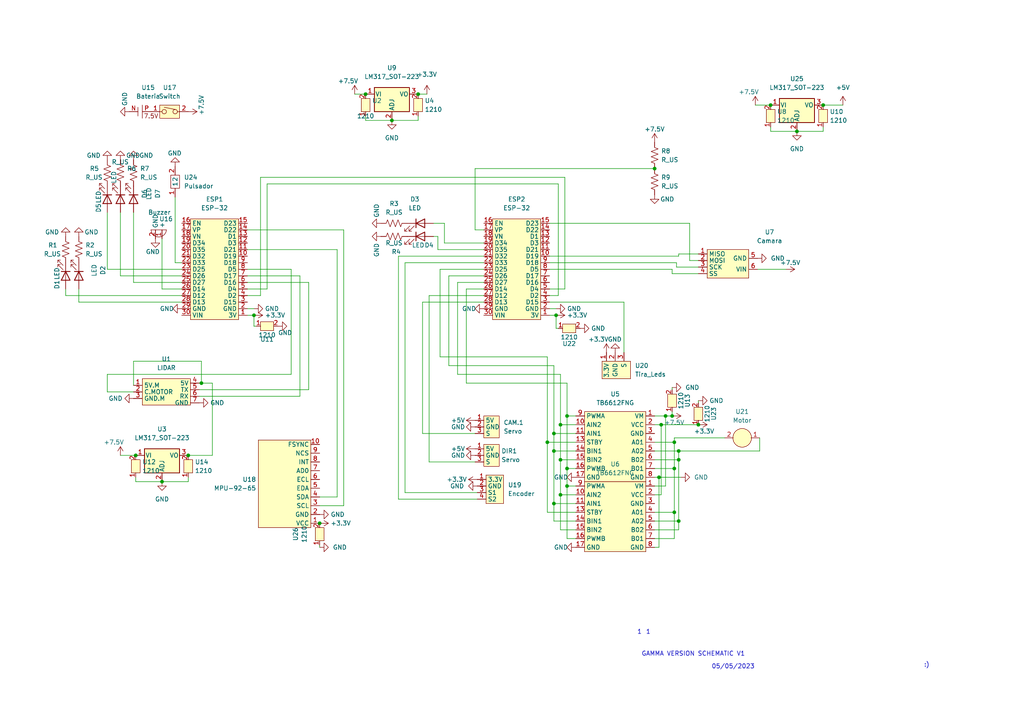
<source format=kicad_sch>
(kicad_sch (version 20211123) (generator eeschema)
  (paper "A4")
  (lib_symbols
    (symbol "1210:1210"
      (property "Reference" "U" (at 3.175 -4.445 0))
      (property "Value" "1210" (at 3.175 -2.54 0))
      (symbol "1210_0_1"
        (rectangle (start 1.27 1.27) (end 5.08 -1.27) (fill (type background)))
      )
      (symbol "1210_1_1"
        (pin bidirectional line (at 0 0 0) (length 1.27) (name "") (number "1"))
        (pin bidirectional line (at 6.35 0 180) (length 1.27) (name "") (number "2"))
      )
    )
    (symbol "ESP-32:ESP-32"
      (property "Reference" "ESP32" (at 6.985 27.94 0))
      (property "Value" "ESP-32" (at 7.62 29.845 0))
      (symbol "ESP-32_0_1"
        (rectangle (start 0 29.21) (end 13.97 0) (fill (type background)))
      )
      (symbol "ESP-32_1_1"
        (pin power_out line (at -2.54 27.94 0) (length 2.54) (name "3V") (number "1"))
        (pin bidirectional line (at -2.54 10.795 0) (length 2.54) (name "D19") (number "10"))
        (pin bidirectional line (at -2.54 8.89 0) (length 2.54) (name "D21") (number "11"))
        (pin bidirectional line (at -2.54 6.985 0) (length 2.54) (name "D3") (number "12"))
        (pin bidirectional line (at -2.54 5.08 0) (length 2.54) (name "D1") (number "13"))
        (pin bidirectional line (at -2.54 3.175 0) (length 2.54) (name "D22") (number "14"))
        (pin bidirectional line (at -2.54 1.27 0) (length 2.54) (name "D23") (number "15"))
        (pin bidirectional line (at 16.51 1.27 180) (length 2.54) (name "EN") (number "16"))
        (pin bidirectional line (at 16.51 3.175 180) (length 2.54) (name "VP") (number "17"))
        (pin bidirectional line (at 16.51 5.08 180) (length 2.54) (name "VN") (number "18"))
        (pin bidirectional line (at 16.51 6.985 180) (length 2.54) (name "D34") (number "19"))
        (pin power_out line (at -2.54 26.035 0) (length 2.54) (name "GND") (number "2"))
        (pin bidirectional line (at 16.51 8.89 180) (length 2.54) (name "D35") (number "20"))
        (pin bidirectional line (at 16.51 10.795 180) (length 2.54) (name "D32") (number "21"))
        (pin bidirectional line (at 16.51 12.7 180) (length 2.54) (name "D33") (number "22"))
        (pin bidirectional line (at 16.51 14.605 180) (length 2.54) (name "D25") (number "23"))
        (pin bidirectional line (at 16.51 16.51 180) (length 2.54) (name "D26") (number "24"))
        (pin bidirectional line (at 16.51 18.415 180) (length 2.54) (name "D27") (number "25"))
        (pin bidirectional line (at 16.51 20.32 180) (length 2.54) (name "D14") (number "26"))
        (pin bidirectional line (at 16.51 22.225 180) (length 2.54) (name "D12") (number "27"))
        (pin bidirectional line (at 16.51 24.13 180) (length 2.54) (name "D13") (number "28"))
        (pin power_out line (at 16.51 26.035 180) (length 2.54) (name "GND") (number "29"))
        (pin bidirectional line (at -2.54 24.13 0) (length 2.54) (name "D15") (number "3"))
        (pin power_in line (at 16.51 27.94 180) (length 2.54) (name "VIN") (number "30"))
        (pin bidirectional line (at -2.54 22.225 0) (length 2.54) (name "D2") (number "4"))
        (pin bidirectional line (at -2.54 20.32 0) (length 2.54) (name "D4") (number "5"))
        (pin bidirectional line (at -2.54 18.415 0) (length 2.54) (name "D16") (number "6"))
        (pin bidirectional line (at -2.54 16.51 0) (length 2.54) (name "D17") (number "7"))
        (pin bidirectional line (at -2.54 14.605 0) (length 2.54) (name "D5") (number "8"))
        (pin bidirectional line (at -2.54 12.7 0) (length 2.54) (name "D18") (number "9"))
      )
    )
    (symbol "MPU-92-65:MPU-92-65"
      (property "Reference" "U" (at 0 25.4 90))
      (property "Value" "MPU-92-65" (at 16.51 12.7 90))
      (symbol "MPU-92-65_0_1"
        (rectangle (start 15.24 25.4) (end 0 0) (fill (type background)))
      )
      (symbol "MPU-92-65_1_1"
        (pin power_in line (at -2.54 1.27 0) (length 2.54) (name "VCC") (number "1"))
        (pin input line (at -2.54 24.13 0) (length 2.54) (name "FSYNC") (number "10"))
        (pin power_out line (at -2.54 3.81 0) (length 2.54) (name "GND") (number "2"))
        (pin input line (at -2.54 6.35 0) (length 2.54) (name "SCL") (number "3"))
        (pin input line (at -2.54 8.89 0) (length 2.54) (name "SDA") (number "4"))
        (pin input line (at -2.54 11.43 0) (length 2.54) (name "EDA") (number "5"))
        (pin input line (at -2.54 13.97 0) (length 2.54) (name "ECL") (number "6"))
        (pin input line (at -2.54 16.51 0) (length 2.54) (name "AD0") (number "7"))
        (pin input line (at -2.54 19.05 0) (length 2.54) (name "INT") (number "8"))
        (pin input line (at -2.54 21.59 0) (length 2.54) (name "NCS") (number "9"))
      )
    )
    (symbol "Otros:Bateria"
      (property "Reference" "U" (at 0 -1.27 0))
      (property "Value" "Bateria" (at 0.635 5.08 0))
      (symbol "Bateria_0_0"
        (text "7.5V" (at -3.175 0.635 0) (effects (font (size 1.27 1.27))))
      )
      (symbol "Bateria_0_1"
        (polyline (pts (xy -0.635 3.81) (xy -0.635 0)))
        (polyline (pts (xy 0.635 3.175) (xy 0.635 0.635)))
      )
      (symbol "Bateria_1_1"
        (pin passive line (at 3.175 1.905 180) (length 2.54) (name "") (number "N"))
        (pin passive line (at -3.175 1.905 0) (length 2.54) (name "") (number "P"))
      )
    )
    (symbol "Otros:Buzzer"
      (property "Reference" "U" (at 0 -1.27 0))
      (property "Value" "Buzzer" (at 0 6.35 0))
      (symbol "Buzzer_0_0"
        (polyline (pts (xy 0 0) (xy 0 4.445)))
        (arc (start 0 4.445) (mid -2.364 2.2035) (end 0.0356 0))
      )
      (symbol "Buzzer_1_1"
        (pin passive line (at -2.54 3.175 0) (length 2.54) (name "+") (number "1"))
        (pin passive line (at -2.54 1.27 0) (length 2.54) (name "GND") (number "2"))
      )
    )
    (symbol "Otros:Camara"
      (property "Reference" "U" (at -7.62 -3.81 0))
      (property "Value" "Camara" (at -0.635 -3.81 0))
      (symbol "Camara_0_1"
        (rectangle (start 0 8.255) (end 12.065 0) (fill (type background)))
      )
      (symbol "Camara_1_1"
        (pin bidirectional line (at 14.605 6.985 180) (length 2.54) (name "MISO") (number "1"))
        (pin bidirectional line (at 14.605 5.08 180) (length 2.54) (name "MOSI") (number "2"))
        (pin bidirectional line (at 14.605 3.175 180) (length 2.54) (name "SCK") (number "3"))
        (pin bidirectional line (at 14.605 1.27 180) (length 2.54) (name "SS") (number "4"))
        (pin power_out line (at -2.54 5.715 0) (length 2.54) (name "GND") (number "5"))
        (pin power_in line (at -2.54 2.54 0) (length 2.54) (name "VIN") (number "6"))
      )
    )
    (symbol "Otros:Encoder"
      (property "Reference" "U" (at 1.905 -1.27 0))
      (property "Value" "Encoder" (at 1.905 9.525 0))
      (symbol "Encoder_0_1"
        (rectangle (start 0 8.255) (end 5.08 0) (fill (type background)))
      )
      (symbol "Encoder_1_1"
        (pin passive line (at 7.62 6.985 180) (length 2.54) (name "3.3V") (number "1"))
        (pin passive line (at 7.62 5.08 180) (length 2.54) (name "GND") (number "2"))
        (pin passive line (at 7.62 3.175 180) (length 2.54) (name "S1") (number "3"))
        (pin passive line (at 7.62 1.27 180) (length 2.54) (name "S2") (number "4"))
      )
    )
    (symbol "Otros:LED" (pin_numbers hide) (pin_names (offset 1.016) hide)
      (property "Reference" "D" (at 0 2.54 0))
      (property "Value" "LED" (at 0 -2.54 0))
      (symbol "LED_0_1"
        (polyline (pts (xy -1.27 -1.27) (xy -1.27 1.27)) (stroke (width 0.254)))
        (polyline (pts (xy -1.27 0) (xy 1.27 0)))
        (polyline (pts (xy 1.27 -1.27) (xy 1.27 1.27) (xy -1.27 0) (xy 1.27 -1.27)) (stroke (width 0.254)))
        (polyline (pts (xy -3.048 -0.762) (xy -4.572 -2.286) (xy -3.81 -2.286) (xy -4.572 -2.286) (xy -4.572 -1.524)))
        (polyline (pts (xy -1.778 -0.762) (xy -3.302 -2.286) (xy -2.54 -2.286) (xy -3.302 -2.286) (xy -3.302 -1.524)))
      )
      (symbol "LED_1_1"
        (pin passive line (at -3.81 0 0) (length 2.54) (name "K") (number "1"))
        (pin passive line (at 3.81 0 180) (length 2.54) (name "A") (number "2"))
      )
    )
    (symbol "Otros:LIDAR"
      (property "Reference" "U" (at 8.255 8.89 0))
      (property "Value" "LIDAR" (at 3.81 8.89 0))
      (symbol "LIDAR_0_1"
        (rectangle (start 0 7.62) (end 13.97 0) (fill (type background)))
      )
      (symbol "LIDAR_1_1"
        (pin input line (at -2.54 5.715 0) (length 2.54) (name "5V.M") (number "1"))
        (pin input line (at -2.54 3.81 0) (length 2.54) (name "C.MOTOR") (number "2"))
        (pin input line (at -2.54 1.905 0) (length 2.54) (name "GND.M") (number "3"))
        (pin input line (at 16.51 6.35 180) (length 2.54) (name "5V") (number "4"))
        (pin input line (at 16.51 4.445 180) (length 2.54) (name "TX") (number "5"))
        (pin input line (at 16.51 2.54 180) (length 2.54) (name "RX") (number "6"))
        (pin input line (at 16.51 0.635 180) (length 2.54) (name "GND") (number "7"))
      )
    )
    (symbol "Otros:LM317_SOT-223" (pin_names (offset 0.254))
      (property "Reference" "U" (at -3.81 3.175 0))
      (property "Value" "LM317_SOT-223" (at 0 3.175 0))
      (symbol "LM317_SOT-223_0_1"
        (rectangle (start -5.08 1.905) (end 5.08 -5.08) (stroke (width 0.254)) (fill (type background)))
      )
      (symbol "LM317_SOT-223_1_1"
        (pin power_in line (at -7.62 0 0) (length 2.54) (name "VI") (number "1"))
        (pin input line (at 0 -7.62 90) (length 2.54) (name "ADJ") (number "2"))
        (pin power_out line (at 7.62 0 180) (length 2.54) (name "VO") (number "3"))
      )
    )
    (symbol "Otros:Motor"
      (property "Reference" "U" (at -9.525 10.795 0))
      (property "Value" "Motor" (at -8.255 8.255 0))
      (symbol "Motor_0_1"
        (circle (center 0 0) (radius 2.6941) (fill (type background)))
      )
      (symbol "Motor_1_1"
        (pin passive line (at 0 5.08 270) (length 2.54) (name "") (number "1"))
        (pin passive line (at 0 -5.08 90) (length 2.54) (name "") (number "2"))
      )
    )
    (symbol "Otros:Pulsador"
      (property "Reference" "U" (at 1.905 -1.27 0))
      (property "Value" "Pulsador" (at 1.905 3.81 0))
      (symbol "Pulsador_0_1"
        (rectangle (start 0 2.54) (end 3.81 0))
      )
      (symbol "Pulsador_1_1"
        (pin input line (at -2.54 1.27 0) (length 2.54) (name "1") (number "1"))
        (pin input line (at 6.35 1.27 180) (length 2.54) (name "2") (number "2"))
      )
    )
    (symbol "Otros:R_US" (pin_numbers hide) (pin_names (offset 0))
      (property "Reference" "R" (at 2.54 0 90))
      (property "Value" "R_US" (at -2.54 0 90))
      (symbol "R_US_0_1"
        (polyline (pts (xy 0 -2.286) (xy 0 -2.54)))
        (polyline (pts (xy 0 2.286) (xy 0 2.54)))
        (polyline (pts (xy 0 -0.762) (xy 1.016 -1.143) (xy 0 -1.524) (xy -1.016 -1.905) (xy 0 -2.286)))
        (polyline (pts (xy 0 0.762) (xy 1.016 0.381) (xy 0 0) (xy -1.016 -0.381) (xy 0 -0.762)))
        (polyline (pts (xy 0 2.286) (xy 1.016 1.905) (xy 0 1.524) (xy -1.016 1.143) (xy 0 0.762)))
      )
      (symbol "R_US_1_1"
        (pin passive line (at 0 3.81 270) (length 1.27) (name "~") (number "1"))
        (pin passive line (at 0 -3.81 90) (length 1.27) (name "~") (number "2"))
      )
    )
    (symbol "Otros:Servo"
      (property "Reference" "U" (at 5.08 7.62 0))
      (property "Value" "Servo" (at 1.905 7.62 0))
      (symbol "Servo_0_1"
        (rectangle (start 0 6.35) (end 4.445 0) (fill (type background)))
      )
      (symbol "Servo_1_1"
        (pin input line (at 6.985 5.08 180) (length 2.54) (name "5V") (number "1"))
        (pin power_out line (at 6.985 3.175 180) (length 2.54) (name "GND") (number "2"))
        (pin bidirectional line (at 6.985 1.27 180) (length 2.54) (name "S") (number "3"))
      )
    )
    (symbol "Otros:Switch"
      (property "Reference" "U" (at 3.175 -1.27 0))
      (property "Value" "Switch" (at 3.175 5.08 0))
      (symbol "Switch_0_1"
        (polyline (pts (xy 0.635 1.905) (xy 0 1.905)))
        (polyline (pts (xy 4.445 2.54) (xy 1.27 3.175)))
        (polyline (pts (xy 5.715 1.905) (xy 5.08 1.905)))
        (rectangle (start 0 3.81) (end 5.715 0) (fill (type background)))
        (circle (center 1.27 1.905) (radius 0.635))
        (circle (center 4.445 1.905) (radius 0.635))
      )
      (symbol "Switch_1_1"
        (pin passive line (at -2.54 1.905 0) (length 2.54) (name "") (number "1"))
        (pin passive line (at 8.255 1.905 180) (length 2.54) (name "") (number "2"))
      )
    )
    (symbol "Otros:Tira_Leds"
      (property "Reference" "U" (at 4.445 -3.175 0))
      (property "Value" "Tira_Leds" (at 4.445 -1.27 0))
      (symbol "Tira_Leds_0_1"
        (rectangle (start 0 5.08) (end 8.255 0) (fill (type background)))
      )
      (symbol "Tira_Leds_1_1"
        (pin input line (at 1.27 7.62 270) (length 2.54) (name "3.3V") (number "1"))
        (pin input line (at 3.81 7.62 270) (length 2.54) (name "GND") (number "2"))
        (pin input line (at 6.35 7.62 270) (length 2.54) (name "S") (number "3"))
      )
    )
    (symbol "TB6612FNG:TB6612FNG"
      (property "Reference" "U" (at 0 0 0))
      (property "Value" "TB6612FNG" (at 8.89 21.59 0))
      (symbol "TB6612FNG_0_1"
        (rectangle (start 0 20.32) (end 17.78 0) (fill (type background)))
      )
      (symbol "TB6612FNG_1_1"
        (pin input line (at -2.54 19.05 0) (length 2.54) (name "VM") (number "1"))
        (pin input line (at 20.32 16.51 180) (length 2.54) (name "AIN2") (number "10"))
        (pin input line (at 20.32 13.97 180) (length 2.54) (name "AIN1") (number "11"))
        (pin input line (at 20.32 11.43 180) (length 2.54) (name "STBY") (number "13"))
        (pin input line (at 20.32 8.89 180) (length 2.54) (name "BIN1") (number "14"))
        (pin input line (at 20.32 6.35 180) (length 2.54) (name "BIN2") (number "15"))
        (pin input line (at 20.32 3.81 180) (length 2.54) (name "PWMB") (number "16"))
        (pin power_out line (at 20.32 1.27 180) (length 2.54) (name "GND") (number "17"))
        (pin power_in line (at -2.54 16.51 0) (length 2.54) (name "VCC") (number "2"))
        (pin power_out line (at -2.54 13.97 0) (length 2.54) (name "GND") (number "3"))
        (pin output line (at -2.54 11.43 0) (length 2.54) (name "A01") (number "4"))
        (pin output line (at -2.54 8.89 0) (length 2.54) (name "A02") (number "5"))
        (pin output line (at -2.54 6.35 0) (length 2.54) (name "B02") (number "6"))
        (pin output line (at -2.54 3.81 0) (length 2.54) (name "B01") (number "7"))
        (pin power_out line (at -2.54 1.27 0) (length 2.54) (name "GND") (number "8"))
        (pin input line (at 20.32 19.05 180) (length 2.54) (name "PWMA") (number "9"))
      )
    )
    (symbol "power:+3.3V" (power) (pin_names (offset 0))
      (property "Value" "+3.3V" (at 0 3.556 0))
      (symbol "+3.3V_0_1"
        (polyline (pts (xy -0.762 1.27) (xy 0 2.54)))
        (polyline (pts (xy 0 0) (xy 0 2.54)))
        (polyline (pts (xy 0 2.54) (xy 0.762 1.27)))
      )
      (symbol "+3.3V_1_1"
        (pin power_in line (at 0 0 90) (length 0) hide (name "+3.3V") (number "1"))
      )
    )
    (symbol "power:+5V" (power) (pin_names (offset 0))
      (property "Value" "+5V" (at 0 3.556 0))
      (symbol "+5V_0_1"
        (polyline (pts (xy -0.762 1.27) (xy 0 2.54)))
        (polyline (pts (xy 0 0) (xy 0 2.54)))
        (polyline (pts (xy 0 2.54) (xy 0.762 1.27)))
      )
      (symbol "+5V_1_1"
        (pin power_in line (at 0 0 90) (length 0) hide (name "+5V") (number "1"))
      )
    )
    (symbol "power:+7.5V" (power) (pin_names (offset 0))
      (property "Value" "+7.5V" (at 0 3.556 0))
      (symbol "+7.5V_0_1"
        (polyline (pts (xy -0.762 1.27) (xy 0 2.54)))
        (polyline (pts (xy 0 0) (xy 0 2.54)))
        (polyline (pts (xy 0 2.54) (xy 0.762 1.27)))
      )
      (symbol "+7.5V_1_1"
        (pin power_in line (at 0 0 90) (length 0) hide (name "+7.5V") (number "1"))
      )
    )
    (symbol "power:GND" (power) (pin_names (offset 0))
      (property "Value" "GND" (at 0 -3.81 0))
      (symbol "GND_0_1"
        (polyline (pts (xy 0 0) (xy 0 -1.27) (xy 1.27 -1.27) (xy 0 -2.54) (xy -1.27 -1.27) (xy 0 -1.27)))
      )
      (symbol "GND_1_1"
        (pin power_in line (at 0 0 270) (length 0) hide (name "GND") (number "1"))
      )
    )
  )
  (junction (at 39.37 132.08))
  (junction (at 189.865 48.895))
  (junction (at 164.465 120.65))
  (junction (at 164.465 135.89))
  (junction (at 195.58 128.27))
  (junction (at 194.945 120.65))
  (junction (at 113.665 34.925))
  (junction (at 202.565 123.19))
  (junction (at 106.045 27.305))
  (junction (at 162.56 143.51))
  (junction (at 164.465 140.97))
  (junction (at 195.58 148.59))
  (junction (at 46.99 139.7))
  (junction (at 191.77 123.19))
  (junction (at 196.85 133.35))
  (junction (at 161.29 91.44))
  (junction (at 195.58 135.89))
  (junction (at 160.655 125.73))
  (junction (at 160.655 130.81))
  (junction (at 121.285 27.305))
  (junction (at 231.14 38.1))
  (junction (at 196.85 130.81))
  (junction (at 162.56 123.19))
  (junction (at 58.42 111.125))
  (junction (at 238.76 30.48))
  (junction (at 158.75 128.27))
  (junction (at 73.66 91.44))
  (junction (at 92.71 151.765))
  (junction (at 196.85 151.13))
  (junction (at 54.61 132.08))
  (junction (at 223.52 30.48))
  (junction (at 191.135 138.43))
  (junction (at 162.56 133.35))
  (junction (at 193.04 120.65))
  (junction (at 160.655 146.05))
  (wire (pts (xy 189.865 138.43) (xy 191.135 138.43)))
  (wire (pts (xy 140.335 81.915) (xy 132.715 81.915)))
  (wire (pts (xy 159.385 87.63) (xy 180.975 87.63)))
  (wire (pts (xy 140.335 72.39) (xy 127 72.39)))
  (wire (pts (xy 140.335 80.01) (xy 130.175 80.01)))
  (wire (pts (xy 189.865 120.65) (xy 193.04 120.65)))
  (wire (pts (xy 200.025 64.77) (xy 159.385 64.77)))
  (wire (pts (xy 161.29 95.25) (xy 161.925 95.25)))
  (wire (pts (xy 54.61 138.43) (xy 54.61 139.7)))
  (wire (pts (xy 196.85 73.66) (xy 202.565 73.66)))
  (wire (pts (xy 158.75 148.59) (xy 167.005 148.59)))
  (wire (pts (xy 189.865 128.27) (xy 195.58 128.27)))
  (wire (pts (xy 77.47 53.34) (xy 161.925 53.34)))
  (wire (pts (xy 39.37 138.43) (xy 39.37 139.7)))
  (wire (pts (xy 167.005 146.05) (xy 160.655 146.05)))
  (wire (pts (xy 161.29 89.535) (xy 159.385 89.535)))
  (wire (pts (xy 86.995 80.01) (xy 86.995 114.935)))
  (wire (pts (xy 196.85 74.295) (xy 159.385 74.295)))
  (wire (pts (xy 73.66 94.615) (xy 74.295 94.615)))
  (wire (pts (xy 128.905 64.77) (xy 125.73 64.77)))
  (wire (pts (xy 200.025 75.565) (xy 202.565 75.565)))
  (wire (pts (xy 160.655 130.81) (xy 167.005 130.81)))
  (wire (pts (xy 117.475 142.875) (xy 117.475 76.2)))
  (wire (pts (xy 161.29 91.44) (xy 159.385 91.44)))
  (wire (pts (xy 58.42 104.775) (xy 38.735 104.775)))
  (wire (pts (xy 22.86 87.63) (xy 22.86 83.82)))
  (wire (pts (xy 167.005 125.73) (xy 160.655 125.73)))
  (wire (pts (xy 163.83 51.435) (xy 75.565 51.435)))
  (wire (pts (xy 34.925 80.01) (xy 34.925 61.595)))
  (wire (pts (xy 71.755 78.105) (xy 84.455 78.105)))
  (wire (pts (xy 99.695 66.675) (xy 71.755 66.675)))
  (wire (pts (xy 137.795 133.985) (xy 124.46 133.985)))
  (wire (pts (xy 127 68.58) (xy 125.73 68.58)))
  (wire (pts (xy 202.565 79.375) (xy 194.945 79.375)))
  (wire (pts (xy 92.71 144.145) (xy 97.79 144.145)))
  (wire (pts (xy 102.87 27.305) (xy 106.045 27.305)))
  (wire (pts (xy 132.715 108.585) (xy 162.56 108.585)))
  (wire (pts (xy 46.99 83.82) (xy 52.705 83.82)))
  (wire (pts (xy 61.595 111.125) (xy 58.42 111.125)))
  (wire (pts (xy 167.005 120.65) (xy 164.465 120.65)))
  (wire (pts (xy 167.005 143.51) (xy 162.56 143.51)))
  (wire (pts (xy 128.905 64.77) (xy 128.905 70.485)))
  (wire (pts (xy 38.735 81.915) (xy 52.705 81.915)))
  (wire (pts (xy 196.85 133.35) (xy 189.865 133.35)))
  (wire (pts (xy 194.945 78.105) (xy 159.385 78.105)))
  (wire (pts (xy 86.995 114.935) (xy 57.785 114.935)))
  (wire (pts (xy 163.83 83.82) (xy 163.83 51.435)))
  (wire (pts (xy 115.57 144.78) (xy 115.57 74.295)))
  (wire (pts (xy 167.005 140.97) (xy 164.465 140.97)))
  (wire (pts (xy 167.005 123.19) (xy 162.56 123.19)))
  (wire (pts (xy 164.465 135.89) (xy 167.005 135.89)))
  (wire (pts (xy 193.04 120.65) (xy 194.945 120.65)))
  (wire (pts (xy 52.705 78.105) (xy 31.115 78.105)))
  (wire (pts (xy 38.735 104.775) (xy 38.735 111.76)))
  (wire (pts (xy 189.865 130.81) (xy 196.85 130.81)))
  (wire (pts (xy 194.945 119.38) (xy 194.945 120.65)))
  (wire (pts (xy 19.05 85.725) (xy 19.05 83.82)))
  (wire (pts (xy 58.42 111.125) (xy 57.785 111.125)))
  (wire (pts (xy 223.52 38.1) (xy 231.14 38.1)))
  (wire (pts (xy 162.56 123.19) (xy 162.56 133.35)))
  (wire (pts (xy 195.58 156.21) (xy 195.58 148.59)))
  (wire (pts (xy 121.285 33.655) (xy 121.285 34.925)))
  (wire (pts (xy 73.66 89.535) (xy 71.755 89.535)))
  (wire (pts (xy 196.215 76.2) (xy 159.385 76.2)))
  (wire (pts (xy 189.865 156.21) (xy 195.58 156.21)))
  (wire (pts (xy 164.465 111.125) (xy 164.465 120.65)))
  (wire (pts (xy 194.945 112.395) (xy 194.945 113.03)))
  (wire (pts (xy 164.465 140.97) (xy 164.465 135.89)))
  (wire (pts (xy 191.77 143.51) (xy 189.865 143.51)))
  (wire (pts (xy 189.865 153.67) (xy 196.85 153.67)))
  (wire (pts (xy 197.485 138.43) (xy 191.135 138.43)))
  (wire (pts (xy 127.635 78.105) (xy 127.635 103.505)))
  (wire (pts (xy 99.695 146.685) (xy 99.695 66.675)))
  (wire (pts (xy 223.52 36.83) (xy 223.52 38.1)))
  (wire (pts (xy 75.565 85.725) (xy 71.755 85.725)))
  (wire (pts (xy 135.255 83.82) (xy 135.255 111.125)))
  (wire (pts (xy 180.975 87.63) (xy 180.975 102.235)))
  (wire (pts (xy 50.8 76.2) (xy 52.705 76.2)))
  (wire (pts (xy 122.555 125.73) (xy 122.555 87.63)))
  (wire (pts (xy 38.735 113.665) (xy 31.115 113.665)))
  (wire (pts (xy 194.945 79.375) (xy 194.945 78.105)))
  (wire (pts (xy 161.925 53.34) (xy 161.925 85.725)))
  (wire (pts (xy 75.565 51.435) (xy 75.565 85.725)))
  (wire (pts (xy 58.42 111.125) (xy 58.42 104.775)))
  (wire (pts (xy 195.58 127) (xy 195.58 128.27)))
  (wire (pts (xy 137.795 48.895) (xy 189.865 48.895)))
  (wire (pts (xy 219.075 30.48) (xy 223.52 30.48)))
  (wire (pts (xy 210.185 127) (xy 195.58 127)))
  (wire (pts (xy 189.865 123.19) (xy 191.77 123.19)))
  (wire (pts (xy 196.215 77.47) (xy 196.215 76.2)))
  (wire (pts (xy 140.335 83.82) (xy 135.255 83.82)))
  (wire (pts (xy 77.47 83.82) (xy 77.47 53.34)))
  (wire (pts (xy 160.655 146.05) (xy 160.655 130.81)))
  (wire (pts (xy 162.56 108.585) (xy 162.56 123.19)))
  (wire (pts (xy 196.85 153.67) (xy 196.85 151.13)))
  (wire (pts (xy 73.66 91.44) (xy 71.755 91.44)))
  (wire (pts (xy 191.135 158.75) (xy 189.865 158.75)))
  (wire (pts (xy 164.465 120.65) (xy 164.465 135.89)))
  (wire (pts (xy 73.66 91.44) (xy 73.66 94.615)))
  (wire (pts (xy 196.85 74.295) (xy 196.85 73.66)))
  (wire (pts (xy 189.865 148.59) (xy 195.58 148.59)))
  (wire (pts (xy 19.05 85.725) (xy 52.705 85.725)))
  (wire (pts (xy 167.005 156.21) (xy 164.465 156.21)))
  (wire (pts (xy 39.37 139.7) (xy 46.99 139.7)))
  (wire (pts (xy 193.04 120.65) (xy 193.04 140.97)))
  (wire (pts (xy 121.285 27.305) (xy 123.825 27.305)))
  (wire (pts (xy 238.76 36.83) (xy 238.76 38.1)))
  (wire (pts (xy 34.925 132.08) (xy 39.37 132.08)))
  (wire (pts (xy 50.8 57.15) (xy 50.8 76.2)))
  (wire (pts (xy 132.715 81.915) (xy 132.715 108.585)))
  (wire (pts (xy 122.555 87.63) (xy 140.335 87.63)))
  (wire (pts (xy 140.335 66.675) (xy 137.795 66.675)))
  (wire (pts (xy 89.535 81.915) (xy 71.755 81.915)))
  (wire (pts (xy 106.045 34.925) (xy 113.665 34.925)))
  (wire (pts (xy 200.025 64.77) (xy 200.025 75.565)))
  (wire (pts (xy 193.04 140.97) (xy 189.865 140.97)))
  (wire (pts (xy 164.465 156.21) (xy 164.465 140.97)))
  (wire (pts (xy 195.58 148.59) (xy 195.58 135.89)))
  (wire (pts (xy 162.56 143.51) (xy 162.56 153.67)))
  (wire (pts (xy 167.005 153.67) (xy 162.56 153.67)))
  (wire (pts (xy 161.925 85.725) (xy 159.385 85.725)))
  (wire (pts (xy 97.79 144.145) (xy 97.79 72.39)))
  (wire (pts (xy 137.795 66.675) (xy 137.795 48.895)))
  (wire (pts (xy 38.735 61.595) (xy 38.735 81.915)))
  (wire (pts (xy 138.43 142.875) (xy 117.475 142.875)))
  (wire (pts (xy 71.755 80.01) (xy 86.995 80.01)))
  (wire (pts (xy 196.85 151.13) (xy 196.85 133.35)))
  (wire (pts (xy 227.965 78.105) (xy 219.71 78.105)))
  (wire (pts (xy 31.115 113.665) (xy 31.115 108.585)))
  (wire (pts (xy 195.58 128.27) (xy 195.58 135.89)))
  (wire (pts (xy 89.535 113.03) (xy 89.535 81.915)))
  (wire (pts (xy 52.705 80.01) (xy 34.925 80.01)))
  (wire (pts (xy 92.71 158.75) (xy 92.71 158.115)))
  (wire (pts (xy 191.77 123.19) (xy 202.565 123.19)))
  (wire (pts (xy 46.99 69.215) (xy 46.99 83.82)))
  (wire (pts (xy 160.655 106.045) (xy 160.655 125.73)))
  (wire (pts (xy 84.455 78.105) (xy 84.455 108.585)))
  (wire (pts (xy 130.175 80.01) (xy 130.175 106.045)))
  (wire (pts (xy 159.385 83.82) (xy 163.83 83.82)))
  (wire (pts (xy 137.795 125.73) (xy 122.555 125.73)))
  (wire (pts (xy 54.61 139.7) (xy 46.99 139.7)))
  (wire (pts (xy 97.79 72.39) (xy 71.755 72.39)))
  (wire (pts (xy 140.335 70.485) (xy 128.905 70.485)))
  (wire (pts (xy 140.335 78.105) (xy 127.635 78.105)))
  (wire (pts (xy 31.115 78.105) (xy 31.115 61.595)))
  (wire (pts (xy 106.045 33.655) (xy 106.045 34.925)))
  (wire (pts (xy 117.475 76.2) (xy 140.335 76.2)))
  (wire (pts (xy 191.135 138.43) (xy 191.135 158.75)))
  (wire (pts (xy 124.46 85.725) (xy 140.335 85.725)))
  (wire (pts (xy 167.005 128.27) (xy 158.75 128.27)))
  (wire (pts (xy 202.565 77.47) (xy 196.215 77.47)))
  (wire (pts (xy 160.655 125.73) (xy 160.655 130.81)))
  (wire (pts (xy 160.655 151.13) (xy 160.655 146.05)))
  (wire (pts (xy 61.595 132.08) (xy 61.595 111.125)))
  (wire (pts (xy 161.29 91.44) (xy 161.29 95.25)))
  (wire (pts (xy 158.75 103.505) (xy 158.75 128.27)))
  (wire (pts (xy 130.175 106.045) (xy 160.655 106.045)))
  (wire (pts (xy 121.285 34.925) (xy 113.665 34.925)))
  (wire (pts (xy 189.865 151.13) (xy 196.85 151.13)))
  (wire (pts (xy 61.595 132.08) (xy 54.61 132.08)))
  (wire (pts (xy 138.43 144.78) (xy 115.57 144.78)))
  (wire (pts (xy 115.57 74.295) (xy 140.335 74.295)))
  (wire (pts (xy 71.755 83.82) (xy 77.47 83.82)))
  (wire (pts (xy 158.75 128.27) (xy 158.75 148.59)))
  (wire (pts (xy 167.005 151.13) (xy 160.655 151.13)))
  (wire (pts (xy 31.115 108.585) (xy 84.455 108.585)))
  (wire (pts (xy 244.475 30.48) (xy 238.76 30.48)))
  (wire (pts (xy 92.71 146.685) (xy 99.695 146.685)))
  (wire (pts (xy 196.85 130.81) (xy 196.85 133.35)))
  (wire (pts (xy 57.785 113.03) (xy 89.535 113.03)))
  (wire (pts (xy 238.76 38.1) (xy 231.14 38.1)))
  (wire (pts (xy 195.58 135.89) (xy 189.865 135.89)))
  (wire (pts (xy 127 72.39) (xy 127 68.58)))
  (wire (pts (xy 135.255 111.125) (xy 164.465 111.125)))
  (wire (pts (xy 220.345 127) (xy 220.345 130.81)))
  (wire (pts (xy 202.565 116.205) (xy 202.565 116.84)))
  (wire (pts (xy 191.77 123.19) (xy 191.77 143.51)))
  (wire (pts (xy 162.56 143.51) (xy 162.56 133.35)))
  (wire (pts (xy 162.56 133.35) (xy 167.005 133.35)))
  (wire (pts (xy 22.86 87.63) (xy 52.705 87.63)))
  (wire (pts (xy 127.635 103.505) (xy 158.75 103.505)))
  (wire (pts (xy 220.345 130.81) (xy 196.85 130.81)))
  (wire (pts (xy 124.46 133.985) (xy 124.46 85.725)))
  (text "1\n" (at 184.785 184.15 0) (effects (font (size 1.27 1.27)) (justify left bottom)))
  (text "05/05/2023\n\n" (at 206.375 196.215 0) (effects (font (size 1.27 1.27)) (justify left bottom)))
  (text "GAMMA VERSION SCHEMATIC V1" (at 186.055 190.5 0) (effects (font (size 1.27 1.27)) (justify left bottom)))
  (text "1\n" (at 187.325 184.15 0) (effects (font (size 1.27 1.27)) (justify left bottom)))
  (text ":)\n" (at 267.97 193.675 0) (effects (font (size 1.27 1.27)) (justify left bottom)))
  (symbol (lib_id "power:+3.3V") (at 161.29 91.44 270) (mirror x) (unit 1)
    (property "Reference" "#PWR0145" (effects hide))
    (property "Value" "+3.3V" (at 164.465 91.4399 90) (effects (justify left)))
  )
  (symbol (lib_id "Otros:Bateria") (at 40.64 34.29 0) (mirror y) (unit 1)
    (property "Reference" "U15" (at 42.9778 25.4 0))
    (property "Value" "Bateria" (at 42.9778 27.94 0))
    (property "Footprint" "XT60-M:AMASS_XT60-M" (effects hide))
  )
  (symbol (lib_id "Otros:Encoder") (at 146.05 146.05 0) (mirror y) (unit 1)
    (property "Reference" "U19" (at 147.32 140.6524 0) (effects (justify right)))
    (property "Value" "Encoder" (at 147.32 143.1924 0) (effects (justify right)))
    (property "Footprint" "Otros:Encoder" (effects hide))
  )
  (symbol (lib_id "Otros:LED") (at 38.735 57.785 270) (unit 1)
    (property "Reference" "D7" (at 45.72 56.1975 0))
    (property "Value" "LED" (at 43.18 56.1975 0))
    (property "Footprint" "Otros:LED" (effects hide))
  )
  (symbol (lib_id "power:GND") (at 50.8 48.26 0) (mirror x) (unit 1)
    (property "Reference" "#PWR0151" (effects hide))
    (property "Value" "GND" (at 52.705 44.45 0) (effects (justify right)))
  )
  (symbol (lib_id "power:GND") (at 194.945 112.395 90) (mirror x) (unit 1)
    (property "Reference" "#PWR0142" (effects hide))
    (property "Value" "GND" (at 198.755 112.3949 90) (effects (justify right)))
  )
  (symbol (lib_id "power:GND") (at 140.335 89.535 270) (unit 1)
    (property "Reference" "#PWR0143" (effects hide))
    (property "Value" "GND" (at 133.985 89.535 90) (effects (justify left)))
  )
  (symbol (lib_id "power:GND") (at 167.005 158.75 270) (unit 1)
    (property "Reference" "#PWR0119" (effects hide))
    (property "Value" "GND" (at 160.655 158.75 90) (effects (justify left)))
  )
  (symbol (lib_id "power:+3.3V") (at 138.43 139.065 90) (unit 1)
    (property "Reference" "#PWR0133" (effects hide))
    (property "Value" "+3.3V" (at 129.54 139.065 90) (effects (justify right)))
  )
  (symbol (lib_id "power:GND") (at 113.665 34.925 0) (unit 1)
    (property "Reference" "#PWR0116" (effects hide))
    (property "Value" "GND" (at 113.665 40.005 0))
  )
  (symbol (lib_id "power:GND") (at 37.465 32.385 270) (mirror x) (unit 1)
    (property "Reference" "#PWR0152" (effects hide))
    (property "Value" "GND" (at 36.195 26.67 0) (effects (justify right)))
  )
  (symbol (lib_id "1210:1210") (at 39.37 138.43 90) (unit 1)
    (property "Reference" "U12" (at 41.275 133.9849 90) (effects (justify right)))
    (property "Value" "1210" (at 41.275 136.5249 90) (effects (justify right)))
    (property "Footprint" "Capacitor_SMD:C_1210_3225Metric_Pad1.33x2.70mm_HandSolder" (effects hide))
  )
  (symbol (lib_id "power:+7.5V") (at 189.865 41.275 0) (mirror y) (unit 1)
    (property "Reference" "#PWR0139" (effects hide))
    (property "Value" "+7.5V" (at 189.865 37.465 0))
  )
  (symbol (lib_id "power:GND") (at 22.86 68.58 0) (mirror x) (unit 1)
    (property "Reference" "#PWR0129" (effects hide))
    (property "Value" "GND" (at 28.575 67.31 0) (effects (justify right)))
  )
  (symbol (lib_id "1210:1210") (at 121.285 33.655 90) (unit 1)
    (property "Reference" "U4" (at 123.19 29.2099 90) (effects (justify right)))
    (property "Value" "1210" (at 123.19 31.7499 90) (effects (justify right)))
    (property "Footprint" "Capacitor_SMD:C_1210_3225Metric_Pad1.33x2.70mm_HandSolder" (effects hide))
  )
  (symbol (lib_id "1210:1210") (at 223.52 36.83 90) (unit 1)
    (property "Reference" "U8" (at 225.425 32.3849 90) (effects (justify right)))
    (property "Value" "1210" (at 225.425 34.9249 90) (effects (justify right)))
    (property "Footprint" "Capacitor_SMD:C_1210_3225Metric_Pad1.33x2.70mm_HandSolder" (effects hide))
  )
  (symbol (lib_id "power:GND") (at 73.66 89.535 90) (mirror x) (unit 1)
    (property "Reference" "#PWR0112" (effects hide))
    (property "Value" "GND" (at 76.835 89.5349 90) (effects (justify right)))
  )
  (symbol (lib_id "Otros:LED") (at 34.925 57.785 270) (unit 1)
    (property "Reference" "D6" (at 41.91 56.1975 0))
    (property "Value" "LED" (at 33.02 51.435 0))
    (property "Footprint" "Otros:LED" (effects hide))
  )
  (symbol (lib_id "1210:1210") (at 92.71 158.115 90) (unit 1)
    (property "Reference" "U26" (at 85.725 154.94 0))
    (property "Value" "1210" (at 88.265 154.94 0))
    (property "Footprint" "Capacitor_SMD:C_1210_3225Metric_Pad1.33x2.70mm_HandSolder" (effects hide))
  )
  (symbol (lib_id "power:+7.5V") (at 54.61 32.385 270) (unit 1)
    (property "Reference" "#PWR0130" (effects hide))
    (property "Value" "+7.5V" (at 58.42 30.48 0))
  )
  (symbol (lib_id "Otros:R_US") (at 38.735 50.165 0) (unit 1)
    (property "Reference" "R7" (at 40.64 48.8949 0) (effects (justify left)))
    (property "Value" "R_US" (at 40.64 51.4349 0) (effects (justify left)))
    (property "Footprint" "Resistor_SMD:R_1206_3216Metric_Pad1.30x1.75mm_HandSolder" (effects hide))
  )
  (symbol (lib_id "power:GND") (at 168.275 95.25 90) (mirror x) (unit 1)
    (property "Reference" "#PWR0144" (effects hide))
    (property "Value" "GND" (at 171.45 95.2499 90) (effects (justify right)))
  )
  (symbol (lib_id "power:GND") (at 178.435 102.235 0) (mirror x) (unit 1)
    (property "Reference" "#PWR0106" (effects hide))
    (property "Value" "GND" (at 180.34 98.425 0) (effects (justify right)))
  )
  (symbol (lib_id "power:GND") (at 19.05 68.58 0) (mirror x) (unit 1)
    (property "Reference" "#PWR0127" (effects hide))
    (property "Value" "GND" (at 17.145 67.3099 0) (effects (justify right)))
  )
  (symbol (lib_id "power:GND") (at 34.925 46.355 0) (mirror x) (unit 1)
    (property "Reference" "#PWR0149" (effects hide))
    (property "Value" "GND" (at 40.64 45.085 0) (effects (justify right)))
  )
  (symbol (lib_id "ESP-32:ESP-32") (at 156.845 63.5 180) (unit 1)
    (property "Reference" "ESP2" (at 149.86 57.785 0))
    (property "Value" "ESP-32" (at 149.86 60.325 0))
    (property "Footprint" "ESP32:ESP32-DEVKITV1Si" (effects hide))
  )
  (symbol (lib_id "power:GND") (at 137.795 132.08 270) (mirror x) (unit 1)
    (property "Reference" "#PWR0122" (effects hide))
    (property "Value" "GND" (at 130.81 132.08 90) (effects (justify left)))
  )
  (symbol (lib_id "power:+7.5V") (at 194.945 120.65 270) (mirror x) (unit 1)
    (property "Reference" "#PWR0141" (effects hide))
    (property "Value" "+7.5V" (at 195.58 122.555 90))
  )
  (symbol (lib_id "Otros:Buzzer") (at 43.815 66.675 270) (mirror x) (unit 1)
    (property "Reference" "U16" (at 50.165 63.5 90) (effects (justify right)))
    (property "Value" "Buzzer" (at 49.53 61.595 90) (effects (justify right)))
    (property "Footprint" "Otros:Buzzer" (effects hide))
  )
  (symbol (lib_id "power:+7.5V") (at 102.87 27.305 0) (unit 1)
    (property "Reference" "#PWR0115" (effects hide))
    (property "Value" "+7.5V" (at 100.965 23.495 0))
  )
  (symbol (lib_id "ESP-32:ESP-32") (at 69.215 63.5 180) (unit 1)
    (property "Reference" "ESP1" (at 62.23 57.785 0))
    (property "Value" "ESP-32" (at 62.23 60.325 0))
    (property "Footprint" "ESP32:ESP32-DEVKITV1Si" (effects hide))
  )
  (symbol (lib_id "Otros:LM317_SOT-223") (at 231.14 30.48 0) (unit 1)
    (property "Reference" "U25" (at 231.14 22.86 0))
    (property "Value" "LM317_SOT-223" (at 231.14 25.4 0))
    (property "Footprint" "Otros:SOT-223-3_TabPin2" (effects hide))
    (property "Datasheet" "http://www.ti.com/lit/ds/symlink/lm317.pdf" (effects hide))
  )
  (symbol (lib_id "power:+7.5V") (at 34.925 132.08 0) (unit 1)
    (property "Reference" "#PWR0108" (effects hide))
    (property "Value" "+7.5V" (at 33.02 128.27 0))
  )
  (symbol (lib_id "power:+5V") (at 244.475 30.48 0) (unit 1)
    (property "Reference" "#PWR0105" (effects hide))
    (property "Value" "+5V" (at 244.475 25.4 0))
  )
  (symbol (lib_id "Otros:LIDAR") (at 41.275 117.475 0) (unit 1)
    (property "Reference" "U1" (at 48.26 104.14 0))
    (property "Value" "LIDAR" (at 48.26 106.68 0))
    (property "Footprint" "Otros:Lidar" (effects hide))
  )
  (symbol (lib_id "1210:1210") (at 106.045 33.655 90) (unit 1)
    (property "Reference" "U2" (at 107.95 29.2099 90) (effects (justify right)))
    (property "Value" "1210" (at 103.505 33.655 90) (effects (justify right)))
    (property "Footprint" "Capacitor_SMD:C_1210_3225Metric_Pad1.33x2.70mm_HandSolder" (effects hide))
  )
  (symbol (lib_id "1210:1210") (at 238.76 36.83 90) (unit 1)
    (property "Reference" "U10" (at 240.665 32.3849 90) (effects (justify right)))
    (property "Value" "1210" (at 240.665 34.9249 90) (effects (justify right)))
    (property "Footprint" "Capacitor_SMD:C_1210_3225Metric_Pad1.33x2.70mm_HandSolder" (effects hide))
  )
  (symbol (lib_id "power:GND") (at 138.43 140.97 270) (unit 1)
    (property "Reference" "#PWR0132" (effects hide))
    (property "Value" "GND" (at 134.62 140.9699 90) (effects (justify right)))
  )
  (symbol (lib_id "Otros:Camara") (at 217.17 80.645 0) (mirror y) (unit 1)
    (property "Reference" "U7" (at 223.2025 67.31 0))
    (property "Value" "Camara" (at 223.2025 69.85 0))
    (property "Footprint" "Otros:Camara" (effects hide))
  )
  (symbol (lib_id "Otros:Pulsador") (at 52.07 54.61 90) (unit 1)
    (property "Reference" "U24" (at 53.34 51.4349 90) (effects (justify right)))
    (property "Value" "Pulsador" (at 53.34 53.9749 90) (effects (justify right)))
    (property "Footprint" "Otros:Pulsador" (effects hide))
  )
  (symbol (lib_id "power:+7.5V") (at 227.965 78.105 270) (mirror x) (unit 1)
    (property "Reference" "#PWR0131" (effects hide))
    (property "Value" "+7.5V" (at 229.235 76.2 90))
  )
  (symbol (lib_id "power:GND") (at 231.14 38.1 0) (unit 1)
    (property "Reference" "#PWR0103" (effects hide))
    (property "Value" "GND" (at 231.14 43.18 0))
  )
  (symbol (lib_id "Otros:R_US") (at 34.925 50.165 0) (unit 1)
    (property "Reference" "R6" (at 36.83 48.8949 0) (effects (justify left)))
    (property "Value" "R_US" (at 32.385 46.99 0) (effects (justify left)))
    (property "Footprint" "Resistor_SMD:R_1206_3216Metric_Pad1.30x1.75mm_HandSolder" (effects hide))
  )
  (symbol (lib_id "power:GND") (at 219.71 74.93 90) (unit 1)
    (property "Reference" "#PWR0102" (effects hide))
    (property "Value" "GND" (at 223.52 74.9299 90) (effects (justify right)))
  )
  (symbol (lib_id "power:GND") (at 167.005 138.43 270) (unit 1)
    (property "Reference" "#PWR0118" (effects hide))
    (property "Value" "GND" (at 160.655 138.43 90) (effects (justify left)))
  )
  (symbol (lib_id "power:+3.3V") (at 202.565 123.19 270) (mirror x) (unit 1)
    (property "Reference" "#PWR0121" (effects hide))
    (property "Value" "+3.3V" (at 201.295 125.095 90) (effects (justify left)))
  )
  (symbol (lib_id "Otros:R_US") (at 19.05 72.39 0) (unit 1)
    (property "Reference" "R1" (at 13.97 71.12 0) (effects (justify left)))
    (property "Value" "R_US" (at 12.7 73.66 0) (effects (justify left)))
    (property "Footprint" "Resistor_SMD:R_1206_3216Metric_Pad1.30x1.75mm_HandSolder" (effects hide))
  )
  (symbol (lib_id "Otros:LM317_SOT-223") (at 113.665 27.305 0) (unit 1)
    (property "Reference" "U9" (at 113.665 19.685 0))
    (property "Value" "LM317_SOT-223" (at 113.665 22.225 0))
    (property "Footprint" "Otros:SOT-223-3_TabPin2" (effects hide))
    (property "Datasheet" "http://www.ti.com/lit/ds/symlink/lm317.pdf" (effects hide))
  )
  (symbol (lib_id "Otros:R_US") (at 22.86 72.39 0) (unit 1)
    (property "Reference" "R2" (at 24.765 71.1199 0) (effects (justify left)))
    (property "Value" "R_US" (at 24.765 73.6599 0) (effects (justify left)))
    (property "Footprint" "Resistor_SMD:R_1206_3216Metric_Pad1.30x1.75mm_HandSolder" (effects hide))
  )
  (symbol (lib_id "TB6612FNG:TB6612FNG") (at 187.325 160.02 0) (mirror y) (unit 1)
    (property "Reference" "U6" (at 178.435 134.62 0))
    (property "Value" "TB6612FNG" (at 178.435 137.16 0))
    (property "Footprint" "TB6612FNG:TB6612FNG" (effects hide))
  )
  (symbol (lib_id "power:+3.3V") (at 123.825 27.305 0) (unit 1)
    (property "Reference" "#PWR0114" (effects hide))
    (property "Value" "+3.3V" (at 123.825 21.59 0))
  )
  (symbol (lib_id "Otros:LED") (at 31.115 57.785 270) (unit 1)
    (property "Reference" "D5" (at 28.575 60.325 0))
    (property "Value" "LED" (at 28.575 57.15 0))
    (property "Footprint" "Otros:LED" (effects hide))
  )
  (symbol (lib_id "power:GND") (at 189.865 56.515 0) (unit 1)
    (property "Reference" "#PWR0140" (effects hide))
    (property "Value" "GND" (at 195.58 57.785 0) (effects (justify right)))
  )
  (symbol (lib_id "power:GND") (at 45.085 69.215 0) (unit 1)
    (property "Reference" "#PWR0128" (effects hide))
    (property "Value" "GND" (at 46.355 73.025 0) (effects (justify right)))
  )
  (symbol (lib_id "MPU-92-65:MPU-92-65") (at 90.17 153.035 0) (mirror y) (unit 1)
    (property "Reference" "U18" (at 74.295 139.0649 0) (effects (justify left)))
    (property "Value" "MPU-92-65" (at 74.295 141.6049 0) (effects (justify left)))
    (property "Footprint" "MPU-92-65:MPU-92-65" (effects hide))
  )
  (symbol (lib_id "Otros:R_US") (at 114.3 64.77 90) (unit 1)
    (property "Reference" "R3" (at 114.3 59.055 90))
    (property "Value" "R_US" (at 114.3 61.595 90))
    (property "Footprint" "Resistor_SMD:R_1206_3216Metric_Pad1.30x1.75mm_HandSolder" (effects hide))
  )
  (symbol (lib_id "power:GND") (at 110.49 64.77 270) (mirror x) (unit 1)
    (property "Reference" "#PWR0101" (effects hide))
    (property "Value" "GND" (at 109.22 59.055 0) (effects (justify right)))
  )
  (symbol (lib_id "power:+5V") (at 137.795 130.175 90) (mirror x) (unit 1)
    (property "Reference" "#PWR0123" (effects hide))
    (property "Value" "+5V" (at 130.81 130.175 90) (effects (justify right)))
  )
  (symbol (lib_id "power:+7.5V") (at 219.075 30.48 0) (unit 1)
    (property "Reference" "#PWR0104" (effects hide))
    (property "Value" "+7.5V" (at 217.17 26.67 0))
  )
  (symbol (lib_id "power:GND") (at 38.735 46.355 0) (mirror x) (unit 1)
    (property "Reference" "#PWR0148" (effects hide))
    (property "Value" "GND" (at 44.45 45.085 0) (effects (justify right)))
  )
  (symbol (lib_id "power:+3.3V") (at 92.71 151.765 270) (mirror x) (unit 1)
    (property "Reference" "#PWR0136" (effects hide))
    (property "Value" "+3.3V" (at 95.885 151.7649 90) (effects (justify left)))
  )
  (symbol (lib_id "1210:1210") (at 161.925 95.25 0) (unit 1)
    (property "Reference" "U22" (at 165.1 99.695 0))
    (property "Value" "1210" (at 165.1 97.79 0))
    (property "Footprint" "Capacitor_SMD:C_1210_3225Metric_Pad1.33x2.70mm_HandSolder" (effects hide))
  )
  (symbol (lib_id "power:+5V") (at 137.795 121.92 90) (mirror x) (unit 1)
    (property "Reference" "#PWR0125" (effects hide))
    (property "Value" "+5V" (at 130.81 121.92 90) (effects (justify right)))
  )
  (symbol (lib_id "power:GND") (at 31.115 46.355 0) (mirror x) (unit 1)
    (property "Reference" "#PWR0146" (effects hide))
    (property "Value" "GND" (at 29.21 45.0849 0) (effects (justify right)))
  )
  (symbol (lib_id "power:GND") (at 92.71 158.75 90) (mirror x) (unit 1)
    (property "Reference" "#PWR0154" (effects hide))
    (property "Value" "GND" (at 96.52 158.7499 90) (effects (justify right)))
  )
  (symbol (lib_id "Otros:R_US") (at 189.865 52.705 0) (unit 1)
    (property "Reference" "R9" (at 191.77 51.4349 0) (effects (justify left)))
    (property "Value" "R_US" (at 191.77 53.9749 0) (effects (justify left)))
    (property "Footprint" "Resistor_SMD:R_1206_3216Metric_Pad1.30x1.75mm_HandSolder" (effects hide))
  )
  (symbol (lib_id "Otros:R_US") (at 31.115 50.165 0) (unit 1)
    (property "Reference" "R5" (at 26.035 48.895 0) (effects (justify left)))
    (property "Value" "R_US" (at 24.765 51.435 0) (effects (justify left)))
    (property "Footprint" "Resistor_SMD:R_1206_3216Metric_Pad1.30x1.75mm_HandSolder" (effects hide))
  )
  (symbol (lib_id "Otros:LED") (at 121.92 64.77 0) (unit 1)
    (property "Reference" "D3" (at 120.3325 57.785 0))
    (property "Value" "LED" (at 120.3325 60.325 0))
    (property "Footprint" "Otros:LED" (effects hide))
  )
  (symbol (lib_id "power:GND") (at 38.735 115.57 270) (unit 1)
    (property "Reference" "#PWR0109" (effects hide))
    (property "Value" "GND" (at 35.56 115.5699 90) (effects (justify right)))
  )
  (symbol (lib_id "power:GND") (at 52.705 89.535 270) (unit 1)
    (property "Reference" "#PWR0147" (effects hide))
    (property "Value" "GND" (at 46.355 89.535 90) (effects (justify left)))
  )
  (symbol (lib_id "power:GND") (at 197.485 138.43 90) (mirror x) (unit 1)
    (property "Reference" "#PWR0117" (effects hide))
    (property "Value" "GND" (at 201.295 138.4299 90) (effects (justify right)))
  )
  (symbol (lib_id "power:GND") (at 92.71 149.225 90) (mirror x) (unit 1)
    (property "Reference" "#PWR0137" (effects hide))
    (property "Value" "GND" (at 95.885 149.2249 90) (effects (justify right)))
  )
  (symbol (lib_id "Otros:R_US") (at 114.3 68.58 90) (unit 1)
    (property "Reference" "R4" (at 114.935 73.025 90))
    (property "Value" "R_US" (at 114.3 70.485 90))
    (property "Footprint" "Resistor_SMD:R_1206_3216Metric_Pad1.30x1.75mm_HandSolder" (effects hide))
  )
  (symbol (lib_id "power:GND") (at 110.49 68.58 270) (mirror x) (unit 1)
    (property "Reference" "#PWR0134" (effects hide))
    (property "Value" "GND" (at 109.2199 70.485 0) (effects (justify right)))
  )
  (symbol (lib_id "1210:1210") (at 54.61 138.43 90) (unit 1)
    (property "Reference" "U14" (at 56.515 133.9849 90) (effects (justify right)))
    (property "Value" "1210" (at 56.515 136.5249 90) (effects (justify right)))
    (property "Footprint" "Capacitor_SMD:C_1210_3225Metric_Pad1.33x2.70mm_HandSolder" (effects hide))
  )
  (symbol (lib_id "power:GND") (at 202.565 116.205 90) (mirror x) (unit 1)
    (property "Reference" "#PWR0153" (effects hide))
    (property "Value" "GND" (at 205.74 116.2049 90) (effects (justify right)))
  )
  (symbol (lib_id "Otros:Tira_Leds") (at 174.625 109.855 0) (unit 1)
    (property "Reference" "U20" (at 184.15 106.0449 0) (effects (justify left)))
    (property "Value" "Tira_Leds" (at 184.15 108.5849 0) (effects (justify left)))
    (property "Footprint" "Otros:Tira" (effects hide))
  )
  (symbol (lib_id "Otros:LED") (at 121.92 68.58 0) (unit 1)
    (property "Reference" "D4" (at 124.46 71.12 0))
    (property "Value" "LED" (at 121.285 71.12 0))
    (property "Footprint" "Otros:LED" (effects hide))
  )
  (symbol (lib_id "Otros:LED") (at 22.86 80.01 270) (unit 1)
    (property "Reference" "D2" (at 29.845 78.4225 0))
    (property "Value" "LED" (at 27.305 78.4225 0))
    (property "Footprint" "Otros:LED" (effects hide))
  )
  (symbol (lib_id "power:GND") (at 80.645 94.615 90) (mirror x) (unit 1)
    (property "Reference" "#PWR0150" (effects hide))
    (property "Value" "GND" (at 80.645 96.52 90) (effects (justify right)))
  )
  (symbol (lib_id "power:GND") (at 137.795 123.825 270) (mirror x) (unit 1)
    (property "Reference" "#PWR0124" (effects hide))
    (property "Value" "GND" (at 130.81 123.825 90) (effects (justify left)))
  )
  (symbol (lib_id "Otros:LED") (at 19.05 80.01 270) (unit 1)
    (property "Reference" "D1" (at 16.51 82.55 0))
    (property "Value" "LED" (at 16.51 79.375 0))
    (property "Footprint" "Otros:LED" (effects hide))
  )
  (symbol (lib_id "power:+3.3V") (at 73.66 91.44 270) (mirror x) (unit 1)
    (property "Reference" "#PWR0111" (effects hide))
    (property "Value" "+3.3V" (at 76.835 91.4399 90) (effects (justify left)))
  )
  (symbol (lib_id "1210:1210") (at 74.295 94.615 0) (unit 1)
    (property "Reference" "U11" (at 77.47 98.425 0))
    (property "Value" "1210" (at 77.47 97.155 0))
    (property "Footprint" "Capacitor_SMD:C_1210_3225Metric_Pad1.33x2.70mm_HandSolder" (effects hide))
  )
  (symbol (lib_id "Otros:Switch") (at 46.355 34.29 0) (unit 1)
    (property "Reference" "U17" (at 49.2125 25.4 0))
    (property "Value" "Switch" (at 49.2125 27.94 0))
    (property "Footprint" "Otros:Switch" (effects hide))
  )
  (symbol (lib_id "power:+3.3V") (at 175.895 102.235 0) (unit 1)
    (property "Reference" "#PWR0107" (effects hide))
    (property "Value" "+3.3V" (at 176.53 98.425 0) (effects (justify right)))
  )
  (symbol (lib_id "Otros:Servo") (at 144.78 127 0) (mirror y) (unit 1)
    (property "Reference" "CAM.1" (at 146.05 122.5549 0) (effects (justify right)))
    (property "Value" "Servo" (at 146.05 125.0949 0) (effects (justify right)))
    (property "Footprint" "Otros:Servo" (effects hide))
  )
  (symbol (lib_id "1210:1210") (at 202.565 123.19 90) (unit 1)
    (property "Reference" "U23" (at 207.01 120.015 0))
    (property "Value" "1210" (at 205.105 120.015 0))
    (property "Footprint" "Capacitor_SMD:C_1210_3225Metric_Pad1.33x2.70mm_HandSolder" (effects hide))
  )
  (symbol (lib_id "TB6612FNG:TB6612FNG") (at 187.325 139.7 0) (mirror y) (unit 1)
    (property "Reference" "U5" (at 178.435 114.3 0))
    (property "Value" "TB6612FNG" (at 178.435 116.84 0))
    (property "Footprint" "TB6612FNG:TB6612FNG" (effects hide))
  )
  (symbol (lib_id "Otros:LM317_SOT-223") (at 46.99 132.08 0) (unit 1)
    (property "Reference" "U3" (at 46.99 124.46 0))
    (property "Value" "LM317_SOT-223" (at 46.99 127 0))
    (property "Footprint" "Otros:SOT-223-3_TabPin2" (effects hide))
    (property "Datasheet" "http://www.ti.com/lit/ds/symlink/lm317.pdf" (effects hide))
  )
  (symbol (lib_id "power:GND") (at 161.29 89.535 90) (mirror x) (unit 1)
    (property "Reference" "#PWR0120" (effects hide))
    (property "Value" "GND" (at 164.465 89.5349 90) (effects (justify right)))
  )
  (symbol (lib_id "1210:1210") (at 194.945 119.38 90) (unit 1)
    (property "Reference" "U13" (at 199.39 116.205 0))
    (property "Value" "1210" (at 197.485 116.205 0))
    (property "Footprint" "Capacitor_SMD:C_1210_3225Metric_Pad1.33x2.70mm_HandSolder" (effects hide))
  )
  (symbol (lib_id "Otros:Motor") (at 215.265 127 270) (unit 1)
    (property "Reference" "U21" (at 215.265 119.38 90))
    (property "Value" "Motor" (at 215.265 121.92 90))
    (property "Footprint" "Otros:Motor" (effects hide))
  )
  (symbol (lib_id "power:GND") (at 46.99 139.7 0) (unit 1)
    (property "Reference" "#PWR0113" (effects hide))
    (property "Value" "GND" (at 46.99 144.78 0))
  )
  (symbol (lib_id "Otros:Servo") (at 144.78 135.255 0) (mirror y) (unit 1)
    (property "Reference" "DIR1" (at 145.415 130.8099 0) (effects (justify right)))
    (property "Value" "Servo" (at 145.415 133.3499 0) (effects (justify right)))
    (property "Footprint" "Otros:Servo" (effects hide))
  )
  (symbol (lib_id "Otros:R_US") (at 189.865 45.085 0) (unit 1)
    (property "Reference" "R8" (at 191.77 43.8149 0) (effects (justify left)))
    (property "Value" "R_US" (at 191.77 46.3549 0) (effects (justify left)))
    (property "Footprint" "Resistor_SMD:R_1206_3216Metric_Pad1.30x1.75mm_HandSolder" (effects hide))
  )
  (symbol (lib_id "power:GND") (at 57.785 116.84 90) (unit 1)
    (property "Reference" "#PWR0110" (effects hide))
    (property "Value" "GND" (at 60.96 116.8399 90) (effects (justify right)))
  )
)
</source>
